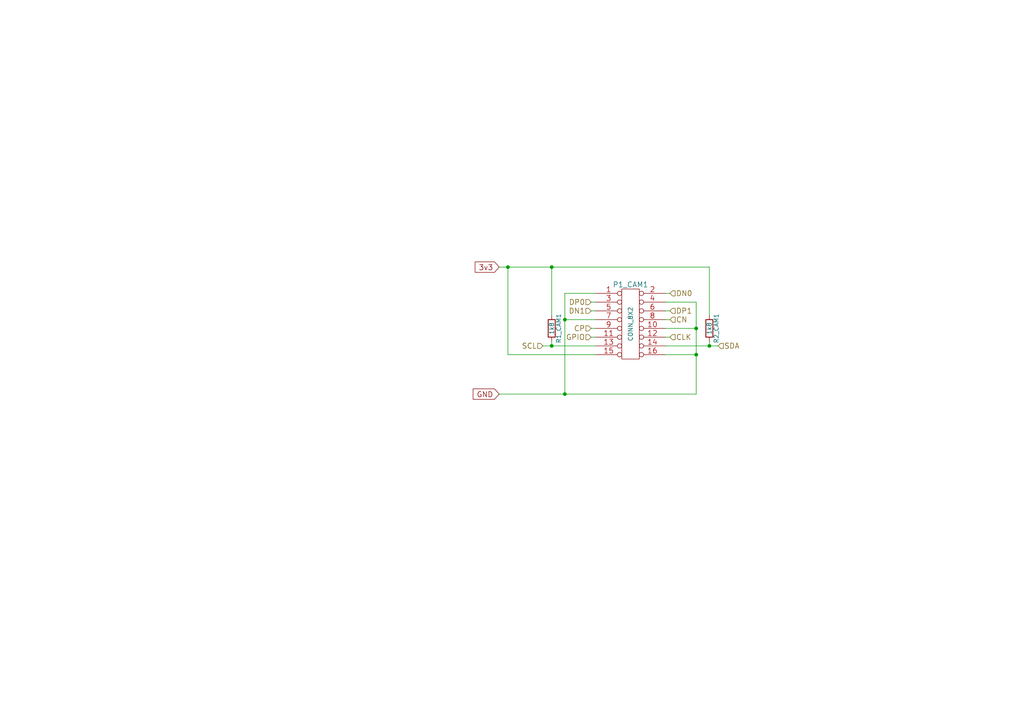
<source format=kicad_sch>
(kicad_sch (version 20230121) (generator eeschema)
  (paper "A4")
  (lib_symbols
    (symbol "PiMainboard-rescue:CONN_8X2" (pin_names (offset 1.016))
      (property "Reference" "P" (at 0 11.43 0))
      (property "Value" "CONN_8X2" (at 0 0 90))
      (symbol "CONN_8X2_0_1"
        (rectangle (start -2.54 10.16) (end 2.54 -10.16))
      )
      (symbol "CONN_8X2_1_1"
        (pin passive inverted (at -10.16 8.89 0) (length 7.62) (name "~") (number "1"))
        (pin passive inverted (at 10.16 -1.27 180) (length 7.62) (name "~") (number "10"))
        (pin passive inverted (at -10.16 -3.81 0) (length 7.62) (name "~") (number "11"))
        (pin passive inverted (at 10.16 -3.81 180) (length 7.62) (name "~") (number "12"))
        (pin passive inverted (at -10.16 -6.35 0) (length 7.62) (name "~") (number "13"))
        (pin passive inverted (at 10.16 -6.35 180) (length 7.62) (name "~") (number "14"))
        (pin passive inverted (at -10.16 -8.89 0) (length 7.62) (name "~") (number "15"))
        (pin passive inverted (at 10.16 -8.89 180) (length 7.62) (name "~") (number "16"))
        (pin passive inverted (at 10.16 8.89 180) (length 7.62) (name "~") (number "2"))
        (pin passive inverted (at -10.16 6.35 0) (length 7.62) (name "~") (number "3"))
        (pin passive inverted (at 10.16 6.35 180) (length 7.62) (name "~") (number "4"))
        (pin passive inverted (at -10.16 3.81 0) (length 7.62) (name "~") (number "5"))
        (pin passive inverted (at 10.16 3.81 180) (length 7.62) (name "~") (number "6"))
        (pin passive inverted (at -10.16 1.27 0) (length 7.62) (name "~") (number "7"))
        (pin passive inverted (at 10.16 1.27 180) (length 7.62) (name "~") (number "8"))
        (pin passive inverted (at -10.16 -1.27 0) (length 7.62) (name "~") (number "9"))
      )
    )
    (symbol "PiMainboard-rescue:R" (pin_numbers hide) (pin_names (offset 0))
      (property "Reference" "R" (at 2.032 0 90))
      (property "Value" "R" (at 0 0 90))
      (symbol "R_0_1"
        (rectangle (start -1.016 -2.54) (end 1.016 2.54) (stroke (width 0.254)))
      )
      (symbol "R_1_1"
        (pin passive line (at 0 3.81 270) (length 1.27) (name "~") (number "1"))
        (pin passive line (at 0 -3.81 90) (length 1.27) (name "~") (number "2"))
      )
    )
  )
  (junction (at 160.02 77.47))
  (junction (at 201.93 102.87))
  (junction (at 147.32 77.47))
  (junction (at 163.83 92.71))
  (junction (at 201.93 95.25))
  (junction (at 205.74 100.33))
  (junction (at 163.83 114.3))
  (junction (at 160.02 100.33))
  (wire (pts (xy 172.72 85.09) (xy 163.83 85.09)))
  (wire (pts (xy 193.04 85.09) (xy 194.31 85.09)))
  (wire (pts (xy 157.48 100.33) (xy 160.02 100.33)))
  (wire (pts (xy 205.74 77.47) (xy 205.74 91.44)))
  (wire (pts (xy 193.04 90.17) (xy 194.31 90.17)))
  (wire (pts (xy 201.93 87.63) (xy 201.93 95.25)))
  (wire (pts (xy 163.83 114.3) (xy 144.78 114.3)))
  (wire (pts (xy 193.04 87.63) (xy 201.93 87.63)))
  (wire (pts (xy 163.83 85.09) (xy 163.83 92.71)))
  (wire (pts (xy 171.45 90.17) (xy 172.72 90.17)))
  (wire (pts (xy 147.32 102.87) (xy 147.32 77.47)))
  (wire (pts (xy 193.04 102.87) (xy 201.93 102.87)))
  (wire (pts (xy 172.72 92.71) (xy 163.83 92.71)))
  (wire (pts (xy 160.02 77.47) (xy 205.74 77.47)))
  (wire (pts (xy 160.02 100.33) (xy 160.02 99.06)))
  (wire (pts (xy 205.74 100.33) (xy 208.28 100.33)))
  (wire (pts (xy 193.04 100.33) (xy 205.74 100.33)))
  (wire (pts (xy 144.78 77.47) (xy 147.32 77.47)))
  (wire (pts (xy 201.93 95.25) (xy 201.93 102.87)))
  (wire (pts (xy 163.83 92.71) (xy 163.83 114.3)))
  (wire (pts (xy 205.74 100.33) (xy 205.74 99.06)))
  (wire (pts (xy 147.32 102.87) (xy 172.72 102.87)))
  (wire (pts (xy 171.45 97.79) (xy 172.72 97.79)))
  (wire (pts (xy 194.31 92.71) (xy 193.04 92.71)))
  (wire (pts (xy 147.32 77.47) (xy 160.02 77.47)))
  (wire (pts (xy 201.93 102.87) (xy 201.93 114.3)))
  (wire (pts (xy 193.04 95.25) (xy 201.93 95.25)))
  (wire (pts (xy 194.31 97.79) (xy 193.04 97.79)))
  (wire (pts (xy 171.45 95.25) (xy 172.72 95.25)))
  (wire (pts (xy 160.02 100.33) (xy 172.72 100.33)))
  (wire (pts (xy 160.02 77.47) (xy 160.02 91.44)))
  (wire (pts (xy 201.93 114.3) (xy 163.83 114.3)))
  (wire (pts (xy 171.45 87.63) (xy 172.72 87.63)))
  (global_label "GND" (shape input) (at 144.78 114.3 180) (effects (font (size 1.524 1.524))) (property "Intersheetrefs" "${INTERSHEET_REFS}" (effects hide)))
  (global_label "3v3" (shape input) (at 144.78 77.47 180) (effects (font (size 1.524 1.524))) (property "Intersheetrefs" "${INTERSHEET_REFS}" (effects hide)))
  (hierarchical_label "DN1" (shape input) (at 171.45 90.17 180) (effects (font (size 1.524 1.524))))
  (hierarchical_label "CN" (shape input) (at 194.31 92.71 0) (effects (font (size 1.524 1.524))))
  (hierarchical_label "GPIO" (shape input) (at 171.45 97.79 180) (effects (font (size 1.524 1.524))))
  (hierarchical_label "CLK" (shape input) (at 194.31 97.79 0) (effects (font (size 1.524 1.524))))
  (hierarchical_label "DP0" (shape input) (at 171.45 87.63 180) (effects (font (size 1.524 1.524))))
  (hierarchical_label "CP" (shape input) (at 171.45 95.25 180) (effects (font (size 1.524 1.524))))
  (hierarchical_label "DP1" (shape input) (at 194.31 90.17 0) (effects (font (size 1.524 1.524))))
  (hierarchical_label "DN0" (shape input) (at 194.31 85.09 0) (effects (font (size 1.524 1.524))))
  (hierarchical_label "SCL" (shape input) (at 157.48 100.33 180) (effects (font (size 1.524 1.524))))
  (hierarchical_label "SDA" (shape input) (at 208.28 100.33 0) (effects (font (size 1.524 1.524))))
  (symbol (lib_id "PiMainboard-rescue:R") (at 160.02 95.25 0) (unit 1)
    (property "Reference" "R1_CAM1" (at 162.052 95.25 90))
    (property "Value" "1k8" (at 160.02 95.25 90))
    (instances (project "PiMainboard" (path "" (reference "R1_CAM1") (unit 1)) (path "" (reference "R1_CAM2") (unit 1))))
  )
  (symbol (lib_id "PiMainboard-rescue:R") (at 205.74 95.25 0) (unit 1)
    (property "Reference" "R2_CAM1" (at 207.772 95.25 90))
    (property "Value" "1k8" (at 205.74 95.25 90))
    (instances (project "PiMainboard" (path "" (reference "R2_CAM1") (unit 1)) (path "" (reference "R2_CAM2") (unit 1))))
  )
  (symbol (lib_id "PiMainboard-rescue:CONN_8X2") (at 182.88 93.98 0) (unit 1)
    (property "Reference" "P1_CAM1" (at 182.88 82.55 0) (effects (font (size 1.524 1.524))))
    (property "Value" "CONN_8X2" (at 182.88 93.98 90))
    (instances (project "PiMainboard" (path "" (reference "P1_CAM1") (unit 1)) (path "" (reference "P1_CAM2") (unit 1))))
  )
)
</source>
